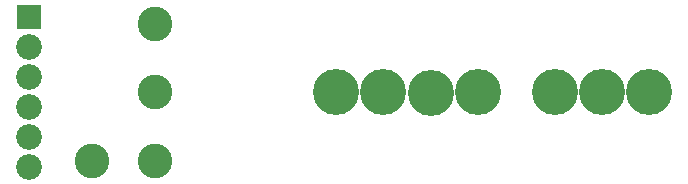
<source format=gts>
G04 #@! TF.FileFunction,Soldermask,Top*
%FSLAX46Y46*%
G04 Gerber Fmt 4.6, Leading zero omitted, Abs format (unit mm)*
G04 Created by KiCad (PCBNEW 4.0.2-1.fc23-product) date Wed 28 Dec 2016 04:25:50 PM CST*
%MOMM*%
G01*
G04 APERTURE LIST*
%ADD10C,0.100000*%
%ADD11R,2.101800X2.101800*%
%ADD12C,2.178000*%
%ADD13C,2.940000*%
%ADD14C,3.900000*%
G04 APERTURE END LIST*
D10*
D11*
X85217000Y-90170000D03*
D12*
X85217000Y-92710000D03*
X85217000Y-95250000D03*
X85217000Y-97790000D03*
X85217000Y-100330000D03*
X85217000Y-102870000D03*
D13*
X95885000Y-90805000D03*
X95885000Y-96520000D03*
X95885000Y-102362000D03*
X90551000Y-102362000D03*
D14*
X111190000Y-96520000D03*
X115190000Y-96520000D03*
X119190000Y-96620000D03*
X123190000Y-96520000D03*
X129690000Y-96520000D03*
X133690000Y-96520000D03*
X137690000Y-96520000D03*
M02*

</source>
